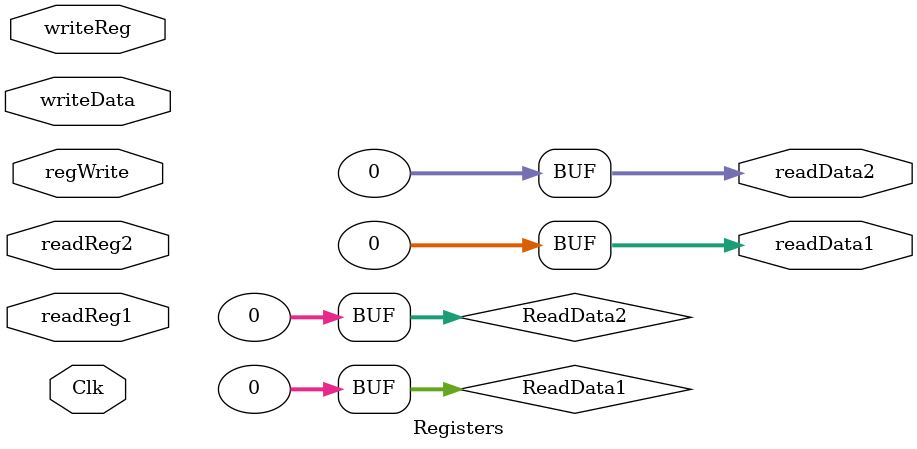
<source format=v>
`timescale 1ns / 1ps


module Registers(
    input Clk,
    input [25:21] readReg1,
    input [20:16] readReg2,
    input [4:0] writeReg,
    input [31:0] writeData,
    input regWrite,
    output [31:0] readData1,
    output [31:0] readData2
    );
    reg [31:0] ReadData1=0;
    reg [31:0] ReadData2=0;
    reg [31:0] regFile[31:0];
    

    always @(readReg1 or readReg2 or writeReg)
    begin       
          readData1 = regFile[readReg1]; 
          readData2 = regFile[readReg2];
    end
    always @ (negedge Clk)
    begin
        if(regWrite==1 && writeReg!=0)
        begin
            regFile[writeReg] = writeData;
        end
    end
    assign readData1=ReadData1;
    assign readData2=ReadData2;
endmodule

</source>
